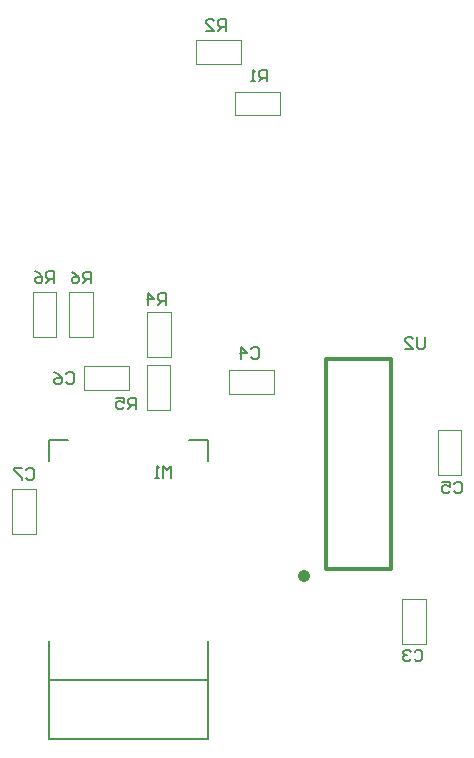
<source format=gbo>
%FSLAX44Y44*%
%MOMM*%
G71*
G01*
G75*
G04 Layer_Color=32896*
%ADD10R,2.1800X1.6000*%
%ADD11R,1.0000X1.1000*%
%ADD12R,1.2500X1.1000*%
%ADD13R,3.2000X1.1200*%
%ADD14R,1.1000X1.0000*%
%ADD15R,1.1000X0.6000*%
%ADD16C,0.7000*%
%ADD17C,0.2540*%
%ADD18C,1.5240*%
%ADD19C,2.5000*%
%ADD20C,2.2000*%
%ADD21C,1.8000*%
%ADD22C,2.0000*%
%ADD23C,0.7000*%
%ADD24C,1.2700*%
%ADD25C,1.2100*%
%ADD26C,1.0000*%
%ADD27R,2.0000X0.6000*%
G04:AMPARAMS|DCode=28|XSize=2mm|YSize=0.8mm|CornerRadius=0.2mm|HoleSize=0mm|Usage=FLASHONLY|Rotation=270.000|XOffset=0mm|YOffset=0mm|HoleType=Round|Shape=RoundedRectangle|*
%AMROUNDEDRECTD28*
21,1,2.0000,0.4000,0,0,270.0*
21,1,1.6000,0.8000,0,0,270.0*
1,1,0.4000,-0.2000,-0.8000*
1,1,0.4000,-0.2000,0.8000*
1,1,0.4000,0.2000,0.8000*
1,1,0.4000,0.2000,-0.8000*
%
%ADD28ROUNDEDRECTD28*%
G04:AMPARAMS|DCode=29|XSize=2mm|YSize=0.8mm|CornerRadius=0.2mm|HoleSize=0mm|Usage=FLASHONLY|Rotation=0.000|XOffset=0mm|YOffset=0mm|HoleType=Round|Shape=RoundedRectangle|*
%AMROUNDEDRECTD29*
21,1,2.0000,0.4000,0,0,0.0*
21,1,1.6000,0.8000,0,0,0.0*
1,1,0.4000,0.8000,-0.2000*
1,1,0.4000,-0.8000,-0.2000*
1,1,0.4000,-0.8000,0.2000*
1,1,0.4000,0.8000,0.2000*
%
%ADD29ROUNDEDRECTD29*%
%ADD30C,0.5000*%
%ADD31C,1.0000*%
%ADD32C,0.1000*%
%ADD33C,0.2000*%
%ADD34C,0.3000*%
%ADD35R,1.0414X2.4384*%
%ADD36R,2.3832X1.8032*%
%ADD37R,1.2032X1.3032*%
%ADD38R,1.4532X1.3032*%
%ADD39R,3.4032X1.3232*%
%ADD40R,1.3032X1.2032*%
%ADD41R,1.3032X0.8032*%
%ADD42C,1.7272*%
%ADD43C,2.7032*%
%ADD44C,2.4032*%
%ADD45C,2.0032*%
%ADD46C,2.2032*%
%ADD47C,0.9032*%
%ADD48C,1.4732*%
%ADD49C,1.4132*%
%ADD50C,1.2032*%
%ADD51R,2.2000X13.3000*%
%ADD52R,2.2000X13.4000*%
%ADD53R,8.7884X2.1844*%
%ADD54R,2.2032X0.8032*%
G04:AMPARAMS|DCode=55|XSize=2.1mm|YSize=0.9mm|CornerRadius=0.25mm|HoleSize=0mm|Usage=FLASHONLY|Rotation=270.000|XOffset=0mm|YOffset=0mm|HoleType=Round|Shape=RoundedRectangle|*
%AMROUNDEDRECTD55*
21,1,2.1000,0.4000,0,0,270.0*
21,1,1.6000,0.9000,0,0,270.0*
1,1,0.5000,-0.2000,-0.8000*
1,1,0.5000,-0.2000,0.8000*
1,1,0.5000,0.2000,0.8000*
1,1,0.5000,0.2000,-0.8000*
%
%ADD55ROUNDEDRECTD55*%
G04:AMPARAMS|DCode=56|XSize=2.2032mm|YSize=1.0032mm|CornerRadius=0.3016mm|HoleSize=0mm|Usage=FLASHONLY|Rotation=270.000|XOffset=0mm|YOffset=0mm|HoleType=Round|Shape=RoundedRectangle|*
%AMROUNDEDRECTD56*
21,1,2.2032,0.4000,0,0,270.0*
21,1,1.6000,1.0032,0,0,270.0*
1,1,0.6032,-0.2000,-0.8000*
1,1,0.6032,-0.2000,0.8000*
1,1,0.6032,0.2000,0.8000*
1,1,0.6032,0.2000,-0.8000*
%
%ADD56ROUNDEDRECTD56*%
G04:AMPARAMS|DCode=57|XSize=2.2032mm|YSize=1.0032mm|CornerRadius=0.3016mm|HoleSize=0mm|Usage=FLASHONLY|Rotation=0.000|XOffset=0mm|YOffset=0mm|HoleType=Round|Shape=RoundedRectangle|*
%AMROUNDEDRECTD57*
21,1,2.2032,0.4000,0,0,0.0*
21,1,1.6000,1.0032,0,0,0.0*
1,1,0.6032,0.8000,-0.2000*
1,1,0.6032,-0.8000,-0.2000*
1,1,0.6032,-0.8000,0.2000*
1,1,0.6032,0.8000,0.2000*
%
%ADD57ROUNDEDRECTD57*%
D31*
X252984Y89916D02*
X253238D01*
D32*
X346456Y32562D02*
X356456D01*
Y70562D01*
X336456D02*
X356456D01*
X336456Y32562D02*
Y70562D01*
Y32562D02*
X346456D01*
X190042Y244254D02*
Y254254D01*
Y244254D02*
X228042D01*
Y264254D01*
X190042D02*
X228042D01*
X190042Y254254D02*
Y264254D01*
X376428Y175310D02*
X386428D01*
Y213310D01*
X366428D02*
X386428D01*
X366428Y175310D02*
Y213310D01*
Y175310D02*
X376428D01*
X67106Y257556D02*
Y267556D01*
Y247556D02*
Y257556D01*
Y247556D02*
X105106D01*
Y267556D01*
X67106D02*
X105106D01*
X6002Y125272D02*
X16002D01*
X26002D01*
Y163272D01*
X6002D02*
X26002D01*
X6002Y125272D02*
Y163272D01*
X232868Y479712D02*
Y489712D01*
X194868Y479712D02*
X232868D01*
X194868D02*
Y499712D01*
X232868D01*
Y489712D02*
Y499712D01*
X199848Y523400D02*
Y533400D01*
X161848Y523400D02*
X199848D01*
X161848D02*
Y543400D01*
X199848D01*
Y533400D02*
Y543400D01*
X120302Y275386D02*
Y313386D01*
X130302Y275386D02*
X140302D01*
X120302D02*
X130302D01*
X120302Y313386D02*
X140302D01*
Y275386D02*
Y313386D01*
X120048Y230174D02*
Y268174D01*
X130048Y230174D02*
X140048D01*
X120048D02*
X130048D01*
X120048Y268174D02*
X140048D01*
Y230174D02*
Y268174D01*
X54770Y291896D02*
X64770D01*
X54770D02*
Y329896D01*
X74770D01*
Y291896D02*
Y329896D01*
X64770Y291896D02*
X74770D01*
X23528Y292150D02*
X33528D01*
X23528D02*
Y330150D01*
X43528D01*
Y292150D02*
Y330150D01*
X33528Y292150D02*
X43528D01*
D33*
X37846Y1478D02*
X171846D01*
X155846Y204978D02*
X171846D01*
X37846D02*
X53846D01*
X37846Y186978D02*
Y204978D01*
Y-48022D02*
X171846D01*
Y34978D01*
X37846Y-48022D02*
Y34978D01*
X171846Y186978D02*
Y204978D01*
X355600Y291937D02*
Y283606D01*
X353934Y281940D01*
X350602D01*
X348936Y283606D01*
Y291937D01*
X338939Y281940D02*
X345604D01*
X338939Y288605D01*
Y290271D01*
X340605Y291937D01*
X343937D01*
X345604Y290271D01*
X41910Y337820D02*
Y347817D01*
X36912D01*
X35246Y346151D01*
Y342818D01*
X36912Y341152D01*
X41910D01*
X38578D02*
X35246Y337820D01*
X25249Y347817D02*
X28581Y346151D01*
X31913Y342818D01*
Y339486D01*
X30247Y337820D01*
X26915D01*
X25249Y339486D01*
Y341152D01*
X26915Y342818D01*
X31913D01*
X73152Y337566D02*
Y347563D01*
X68154D01*
X66488Y345897D01*
Y342564D01*
X68154Y340898D01*
X73152D01*
X69820D02*
X66488Y337566D01*
X56491Y347563D02*
X59823Y345897D01*
X63155Y342564D01*
Y339232D01*
X61489Y337566D01*
X58157D01*
X56491Y339232D01*
Y340898D01*
X58157Y342564D01*
X63155D01*
X110998Y230886D02*
Y240883D01*
X106000D01*
X104334Y239217D01*
Y235884D01*
X106000Y234218D01*
X110998D01*
X107666D02*
X104334Y230886D01*
X94337Y240883D02*
X101002D01*
Y235884D01*
X97669Y237551D01*
X96003D01*
X94337Y235884D01*
Y232552D01*
X96003Y230886D01*
X99335D01*
X101002Y232552D01*
X136652Y319024D02*
Y329021D01*
X131654D01*
X129988Y327355D01*
Y324022D01*
X131654Y322356D01*
X136652D01*
X133320D02*
X129988Y319024D01*
X121657D02*
Y329021D01*
X126656Y324022D01*
X119991D01*
X186944Y551180D02*
Y561177D01*
X181946D01*
X180280Y559511D01*
Y556178D01*
X181946Y554512D01*
X186944D01*
X183612D02*
X180280Y551180D01*
X170283D02*
X176947D01*
X170283Y557845D01*
Y559511D01*
X171949Y561177D01*
X175281D01*
X176947Y559511D01*
X221742Y508508D02*
Y518505D01*
X216744D01*
X215078Y516839D01*
Y513506D01*
X216744Y511840D01*
X221742D01*
X218410D02*
X215078Y508508D01*
X211745D02*
X208413D01*
X210079D01*
Y518505D01*
X211745Y516839D01*
X17720Y179273D02*
X19386Y180939D01*
X22718D01*
X24384Y179273D01*
Y172608D01*
X22718Y170942D01*
X19386D01*
X17720Y172608D01*
X14388Y180939D02*
X7723D01*
Y179273D01*
X14388Y172608D01*
Y170942D01*
X52010Y260807D02*
X53676Y262473D01*
X57008D01*
X58674Y260807D01*
Y254142D01*
X57008Y252476D01*
X53676D01*
X52010Y254142D01*
X42013Y262473D02*
X45345Y260807D01*
X48678Y257474D01*
Y254142D01*
X47011Y252476D01*
X43679D01*
X42013Y254142D01*
Y255808D01*
X43679Y257474D01*
X48678D01*
X380178Y168097D02*
X381844Y169763D01*
X385176D01*
X386842Y168097D01*
Y161432D01*
X385176Y159766D01*
X381844D01*
X380178Y161432D01*
X370181Y169763D02*
X376846D01*
Y164764D01*
X373513Y166430D01*
X371847D01*
X370181Y164764D01*
Y161432D01*
X371847Y159766D01*
X375179D01*
X376846Y161432D01*
X208728Y281635D02*
X210394Y283301D01*
X213726D01*
X215392Y281635D01*
Y274970D01*
X213726Y273304D01*
X210394D01*
X208728Y274970D01*
X200397Y273304D02*
Y283301D01*
X205396Y278302D01*
X198731D01*
X346904Y25857D02*
X348570Y27523D01*
X351902D01*
X353568Y25857D01*
Y19192D01*
X351902Y17526D01*
X348570D01*
X346904Y19192D01*
X343572Y25857D02*
X341905Y27523D01*
X338573D01*
X336907Y25857D01*
Y24190D01*
X338573Y22524D01*
X340239D01*
X338573D01*
X336907Y20858D01*
Y19192D01*
X338573Y17526D01*
X341905D01*
X343572Y19192D01*
X140716Y172974D02*
Y182971D01*
X137384Y179639D01*
X134052Y182971D01*
Y172974D01*
X130719D02*
X127387D01*
X129053D01*
Y182971D01*
X130719Y181305D01*
D34*
X271826Y95504D02*
X296301D01*
X296164D02*
X327126D01*
Y273304D01*
X271826D02*
X327126D01*
X271826Y95504D02*
Y273304D01*
M02*

</source>
